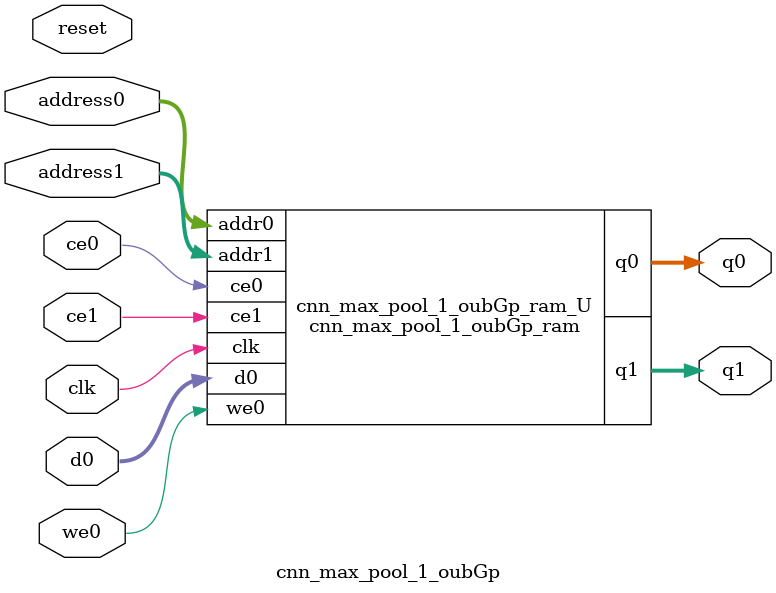
<source format=v>
`timescale 1 ns / 1 ps
module cnn_max_pool_1_oubGp_ram (addr0, ce0, d0, we0, q0, addr1, ce1, q1,  clk);

parameter DWIDTH = 14;
parameter AWIDTH = 4;
parameter MEM_SIZE = 10;

input[AWIDTH-1:0] addr0;
input ce0;
input[DWIDTH-1:0] d0;
input we0;
output reg[DWIDTH-1:0] q0;
input[AWIDTH-1:0] addr1;
input ce1;
output reg[DWIDTH-1:0] q1;
input clk;

(* ram_style = "distributed" *)reg [DWIDTH-1:0] ram[0:MEM_SIZE-1];




always @(posedge clk)  
begin 
    if (ce0) 
    begin
        if (we0) 
        begin 
            ram[addr0] <= d0; 
        end 
        q0 <= ram[addr0];
    end
end


always @(posedge clk)  
begin 
    if (ce1) 
    begin
        q1 <= ram[addr1];
    end
end


endmodule

`timescale 1 ns / 1 ps
module cnn_max_pool_1_oubGp(
    reset,
    clk,
    address0,
    ce0,
    we0,
    d0,
    q0,
    address1,
    ce1,
    q1);

parameter DataWidth = 32'd14;
parameter AddressRange = 32'd10;
parameter AddressWidth = 32'd4;
input reset;
input clk;
input[AddressWidth - 1:0] address0;
input ce0;
input we0;
input[DataWidth - 1:0] d0;
output[DataWidth - 1:0] q0;
input[AddressWidth - 1:0] address1;
input ce1;
output[DataWidth - 1:0] q1;



cnn_max_pool_1_oubGp_ram cnn_max_pool_1_oubGp_ram_U(
    .clk( clk ),
    .addr0( address0 ),
    .ce0( ce0 ),
    .we0( we0 ),
    .d0( d0 ),
    .q0( q0 ),
    .addr1( address1 ),
    .ce1( ce1 ),
    .q1( q1 ));

endmodule


</source>
